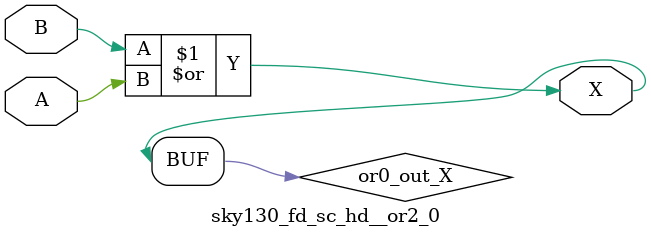
<source format=v>
/*
 * Copyright 2020 The SkyWater PDK Authors
 *
 * Licensed under the Apache License, Version 2.0 (the "License");
 * you may not use this file except in compliance with the License.
 * You may obtain a copy of the License at
 *
 *     https://www.apache.org/licenses/LICENSE-2.0
 *
 * Unless required by applicable law or agreed to in writing, software
 * distributed under the License is distributed on an "AS IS" BASIS,
 * WITHOUT WARRANTIES OR CONDITIONS OF ANY KIND, either express or implied.
 * See the License for the specific language governing permissions and
 * limitations under the License.
 *
 * SPDX-License-Identifier: Apache-2.0
*/


`ifndef SKY130_FD_SC_HD__OR2_0_FUNCTIONAL_V
`define SKY130_FD_SC_HD__OR2_0_FUNCTIONAL_V

/**
 * or2: 2-input OR.
 *
 * Verilog simulation functional model.
 */

`timescale 1ns / 1ps
`default_nettype none

`celldefine
module sky130_fd_sc_hd__or2_0 (
    X,
    A,
    B
);

    // Module ports
    output X;
    input  A;
    input  B;

    // Local signals
    wire or0_out_X;

    //  Name  Output     Other arguments
    or  or0  (or0_out_X, B, A           );
    buf buf0 (X        , or0_out_X      );

endmodule
`endcelldefine

`default_nettype wire
`endif  // SKY130_FD_SC_HD__OR2_0_FUNCTIONAL_V

</source>
